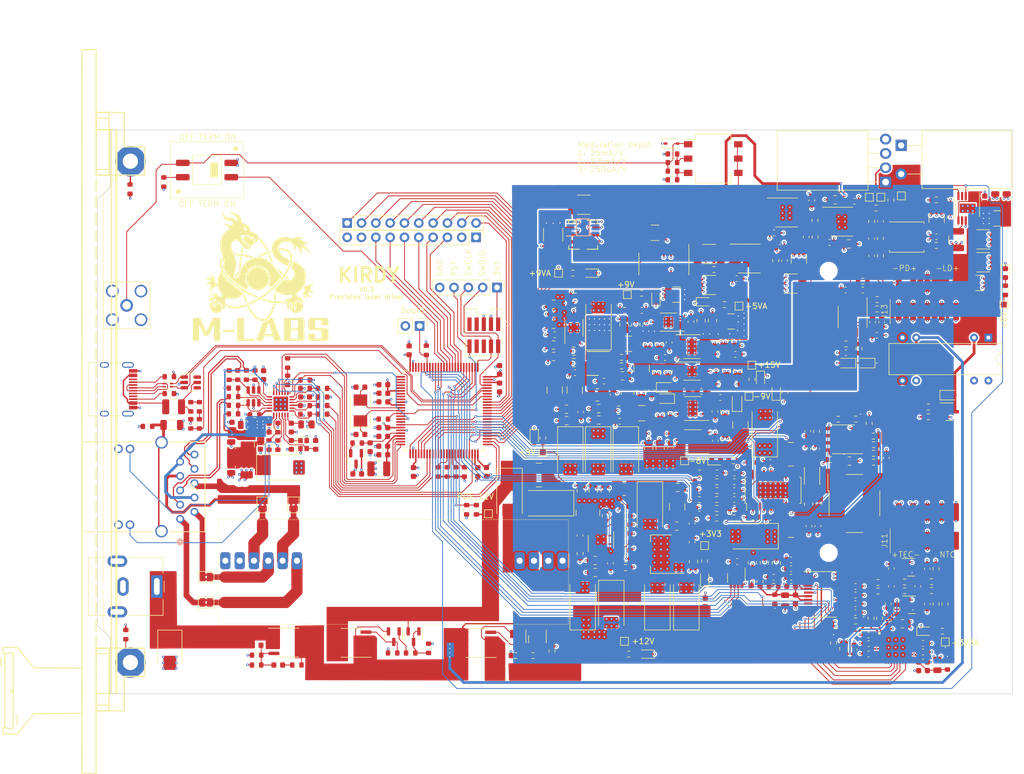
<source format=kicad_pcb>
(kicad_pcb (version 20221018) (generator pcbnew)

  (general
    (thickness 1.6)
  )

  (paper "A4")
  (layers
    (0 "F.Cu" jumper)
    (1 "In1.Cu" signal)
    (2 "In2.Cu" signal)
    (31 "B.Cu" signal)
    (32 "B.Adhes" user "B.Adhesive")
    (33 "F.Adhes" user "F.Adhesive")
    (34 "B.Paste" user)
    (35 "F.Paste" user)
    (36 "B.SilkS" user "B.Silkscreen")
    (37 "F.SilkS" user "F.Silkscreen")
    (38 "B.Mask" user)
    (39 "F.Mask" user)
    (40 "Dwgs.User" user "User.Drawings")
    (41 "Cmts.User" user "User.Comments")
    (42 "Eco1.User" user "User.Eco1")
    (43 "Eco2.User" user "User.Eco2")
    (44 "Edge.Cuts" user)
    (45 "Margin" user)
    (46 "B.CrtYd" user "B.Courtyard")
    (47 "F.CrtYd" user "F.Courtyard")
    (48 "B.Fab" user)
    (49 "F.Fab" user)
    (50 "User.1" user)
    (51 "User.2" user)
    (52 "User.3" user)
    (53 "User.4" user)
    (54 "User.5" user)
    (55 "User.6" user)
    (56 "User.7" user)
    (57 "User.8" user)
    (58 "User.9" user)
  )

  (setup
    (stackup
      (layer "F.SilkS" (type "Top Silk Screen"))
      (layer "F.Paste" (type "Top Solder Paste"))
      (layer "F.Mask" (type "Top Solder Mask") (thickness 0.01))
      (layer "F.Cu" (type "copper") (thickness 0.035))
      (layer "dielectric 1" (type "core") (thickness 0.48) (material "FR4") (epsilon_r 4.5) (loss_tangent 0.02))
      (layer "In1.Cu" (type "copper") (thickness 0.035))
      (layer "dielectric 2" (type "prepreg") (thickness 0.48) (material "FR4") (epsilon_r 4.5) (loss_tangent 0.02))
      (layer "In2.Cu" (type "copper") (thickness 0.035))
      (layer "dielectric 3" (type "core") (thickness 0.48) (material "FR4") (epsilon_r 4.5) (loss_tangent 0.02))
      (layer "B.Cu" (type "copper") (thickness 0.035))
      (layer "B.Mask" (type "Bottom Solder Mask") (thickness 0.01))
      (layer "B.Paste" (type "Bottom Solder Paste"))
      (layer "B.SilkS" (type "Bottom Silk Screen"))
      (copper_finish "ENIG")
      (dielectric_constraints no)
    )
    (pad_to_mask_clearance 0)
    (pcbplotparams
      (layerselection 0x00010fc_ffffffff)
      (plot_on_all_layers_selection 0x0000000_00000000)
      (disableapertmacros false)
      (usegerberextensions true)
      (usegerberattributes false)
      (usegerberadvancedattributes false)
      (creategerberjobfile true)
      (dashed_line_dash_ratio 12.000000)
      (dashed_line_gap_ratio 3.000000)
      (svgprecision 6)
      (plotframeref false)
      (viasonmask false)
      (mode 1)
      (useauxorigin false)
      (hpglpennumber 1)
      (hpglpenspeed 20)
      (hpglpendiameter 15.000000)
      (dxfpolygonmode true)
      (dxfimperialunits true)
      (dxfusepcbnewfont true)
      (psnegative false)
      (psa4output false)
      (plotreference false)
      (plotvalue false)
      (plotinvisibletext false)
      (sketchpadsonfab false)
      (subtractmaskfromsilk true)
      (outputformat 1)
      (mirror false)
      (drillshape 0)
      (scaleselection 1)
      (outputdirectory "gerbers")
    )
  )

  (net 0 "")
  (net 1 "+5VA")
  (net 2 "GND")
  (net 3 "Net-(U1-VOUT_F)")
  (net 4 "Net-(U4--)")
  (net 5 "Net-(U2-OUT)")
  (net 6 "Net-(U4-+)")
  (net 7 "+9VA")
  (net 8 "-6V")
  (net 9 "+15V")
  (net 10 "Net-(U6-+)")
  (net 11 "Net-(C13-Pad2)")
  (net 12 "/MCU/PD_MON")
  (net 13 "Net-(C18-Pad2)")
  (net 14 "Net-(C18-Pad1)")
  (net 15 "Net-(U5B-+)")
  (net 16 "+3V3")
  (net 17 "Net-(U6--)")
  (net 18 "Net-(Q2-G)")
  (net 19 "/MCU/VREF")
  (net 20 "+12V")
  (net 21 "Net-(C25-Pad2)")
  (net 22 "Net-(C26-Pad2)")
  (net 23 "Net-(C26-Pad1)")
  (net 24 "Net-(C27-Pad1)")
  (net 25 "/driveStage/PD_C")
  (net 26 "Net-(C28-Pad1)")
  (net 27 "-9V")
  (net 28 "IN")
  (net 29 "Net-(U8-VCAP_1)")
  (net 30 "Net-(U8-VCAP_2)")
  (net 31 "Net-(C52-Pad1)")
  (net 32 "Net-(U8-PH0)")
  (net 33 "Net-(U8-PH1)")
  (net 34 "/MCU/VDDA")
  (net 35 "Net-(D6-K)")
  (net 36 "Net-(D5-A)")
  (net 37 "Net-(U9-C+)")
  (net 38 "Net-(D5-K)")
  (net 39 "Net-(C57-Pad1)")
  (net 40 "+9V")
  (net 41 "+8V")
  (net 42 "+3.3VA")
  (net 43 "/thermostat/DAC_REF")
  (net 44 "Net-(U9-C-)")
  (net 45 "Net-(D7-A)")
  (net 46 "Net-(U16-PGFB)")
  (net 47 "/thermostat/MAXV")
  (net 48 "/thermostat/MAXIP")
  (net 49 "/thermostat/MAXIN")
  (net 50 "Net-(U11-EN{slash}UV)")
  (net 51 "Net-(U12-EN{slash}UV)")
  (net 52 "Net-(U13-EN{slash}UV)")
  (net 53 "/MCU/TEC_ISEN")
  (net 54 "Net-(U15-EN{slash}UV)")
  (net 55 "/MCU/TEC_VREF")
  (net 56 "Net-(U14-EN{slash}UV)")
  (net 57 "Net-(U11-SET)")
  (net 58 "Net-(U16-SET)")
  (net 59 "+5V")
  (net 60 "Net-(U12-SET)")
  (net 61 "Net-(U13-SET)")
  (net 62 "Net-(U14-SET)")
  (net 63 "Net-(U15-SET)")
  (net 64 "Net-(U19-REGCAPD)")
  (net 65 "Net-(U18-REGCAPD)")
  (net 66 "Net-(U21-CTLI)")
  (net 67 "Net-(U18-REFOUT)")
  (net 68 "Net-(U18-REGCAPA)")
  (net 69 "Net-(U19-REGCAPA)")
  (net 70 "Net-(U21-COMP)")
  (net 71 "Net-(U21-CS)")
  (net 72 "Net-(U21-OS2)")
  (net 73 "/Ehternet/AVDDT_PHY")
  (net 74 "/Ehternet/ETH_SHIELD")
  (net 75 "Net-(U23-VIN)")
  (net 76 "Net-(U23-SS{slash}TR)")
  (net 77 "/MCU/RST")
  (net 78 "Net-(FB12-Pad1)")
  (net 79 "/thermostat/TEC+")
  (net 80 "/thermostat/TEC-")
  (net 81 "Net-(U23-BOOT)")
  (net 82 "/MCU/USB_DP")
  (net 83 "/MCU/USB_DN")
  (net 84 "/MCU/SWDIO")
  (net 85 "/MCU/SWCLK")
  (net 86 "Net-(U23-COMP)")
  (net 87 "/digital supply/+12V_Barrel_Jack")
  (net 88 "Net-(Q4-G)")
  (net 89 "Net-(U24-VI)")
  (net 90 "Net-(U26-XTAL2)")
  (net 91 "Net-(U26-XTAL1)")
  (net 92 "Net-(U26-VDDCR)")
  (net 93 "Net-(D1-A2)")
  (net 94 "/driveStage/LD-")
  (net 95 "/thermostat/NTC+")
  (net 96 "/thermostat/NTC-")
  (net 97 "Net-(D4-A)")
  (net 98 "Net-(U27-VBUS)")
  (net 99 "Net-(L3-Pad1)")
  (net 100 "Net-(U21-OS1)")
  (net 101 "Net-(FL2-Pad4)")
  (net 102 "Net-(FL2-Pad1)")
  (net 103 "Net-(J4-Pin_8)")
  (net 104 "Net-(J4-Pin_7)")
  (net 105 "Net-(J4-Pin_6)")
  (net 106 "Net-(J4-Pin_5)")
  (net 107 "Net-(J4-Pin_4)")
  (net 108 "Net-(J4-Pin_3)")
  (net 109 "Net-(J5-Pin_10)")
  (net 110 "Net-(J5-Pin_9)")
  (net 111 "Net-(J5-Pin_8)")
  (net 112 "Net-(J5-Pin_7)")
  (net 113 "Net-(J5-Pin_6)")
  (net 114 "Net-(J5-Pin_5)")
  (net 115 "Net-(J5-Pin_4)")
  (net 116 "Net-(J5-Pin_3)")
  (net 117 "Net-(J5-Pin_2)")
  (net 118 "Net-(J5-Pin_1)")
  (net 119 "unconnected-(J6-Pin_6-Pad6)")
  (net 120 "/MCU/PWM_MAXV")
  (net 121 "/MCU/PWM_MAXIP")
  (net 122 "/MCU/PWM_MAXIN")
  (net 123 "unconnected-(J6-Pin_7-Pad7)")
  (net 124 "unconnected-(J6-Pin_8-Pad8)")
  (net 125 "unconnected-(J6-Pin_9-Pad9)")
  (net 126 "/MCU/TEC_VSEN")
  (net 127 "/Ehternet/POE_VC2-")
  (net 128 "/Ehternet/POE_VC1-")
  (net 129 "/MCU/POE_PWR_SRC")
  (net 130 "/Ehternet/RMII_RXD0")
  (net 131 "/Ehternet/POE_VC2+")
  (net 132 "/Ehternet/RMII_RXD1")
  (net 133 "/Ehternet/POE_VC1+")
  (net 134 "/Ehternet/RMII_CRS_DV")
  (net 135 "/Ehternet/RMII_REF_CLK")
  (net 136 "/Ehternet/RMII_MDIO")
  (net 137 "Net-(J9-Pad11)")
  (net 138 "/Ehternet/ETH_LED_1")
  (net 139 "Net-(J9-Pad13)")
  (net 140 "/Ehternet/PHY_TD_P")
  (net 141 "/Ehternet/PHY_TD_N")
  (net 142 "/Ehternet/PHY_RD_P")
  (net 143 "/Ehternet/PHY_RD_N")
  (net 144 "/Ehternet/ETH_LED_2")
  (net 145 "unconnected-(J10-SBU2-PadB8)")
  (net 146 "Net-(J10-CC2)")
  (net 147 "/MCU/USB_VBUS")
  (net 148 "/MCU/LDAC_LOAD")
  (net 149 "/MCU/LDAC_CLK")
  (net 150 "/MCU/LDAC_MOSI")
  (net 151 "/MCU/LDAC_CS")
  (net 152 "/MCU/TADC_SYNC")
  (net 153 "/MCU/TADC_MISO")
  (net 154 "/MCU/TDAC_MOSI")
  (net 155 "/MCU/TADC_CLK")
  (net 156 "/MCU/TDAC_CLK")
  (net 157 "/MCU/TADC_CS")
  (net 158 "/MCU/TDAC_SYNC")
  (net 159 "/MCU/TADC_MOSI")
  (net 160 "unconnected-(J10-SBU1-PadA8)")
  (net 161 "Net-(J10-CC1)")
  (net 162 "Net-(JP1-A)")
  (net 163 "Net-(JP2-B)")
  (net 164 "Net-(JP3-B)")
  (net 165 "Net-(JP4-B)")
  (net 166 "Net-(JP5-B)")
  (net 167 "Net-(L4-Pad1)")
  (net 168 "Net-(Q9-E)")
  (net 169 "Net-(Q1-G)")
  (net 170 "Net-(Q2-S-Pad1)")
  (net 171 "Net-(Q3-B)")
  (net 172 "Net-(Q5-G)")
  (net 173 "/Ehternet/RMII_MDC")
  (net 174 "/Ehternet/PHY_NRST")
  (net 175 "Net-(Q6-B)")
  (net 176 "Net-(Q7-B)")
  (net 177 "Net-(Q8-G)")
  (net 178 "Net-(Q9-B)")
  (net 179 "Net-(R3-Pad2)")
  (net 180 "/Ehternet/RMII_TX_EN")
  (net 181 "/Ehternet/RMII_TXD0")
  (net 182 "/Ehternet/RMII_TXD1")
  (net 183 "Net-(R5-Pad2)")
  (net 184 "Net-(U3--)")
  (net 185 "Net-(U5B--)")
  (net 186 "Net-(U7-OUT)")
  (net 187 "Net-(U8-PE8)")
  (net 188 "Net-(U8-PE9)")
  (net 189 "Net-(U8-PE10)")
  (net 190 "Net-(U8-PE11)")
  (net 191 "Net-(U16-ILIM)")
  (net 192 "Net-(U10-SET)")
  (net 193 "Net-(U17-VFB)")
  (net 194 "Net-(U20B--)")
  (net 195 "Net-(U18-AIN0)")
  (net 196 "Net-(U18-AIN1)")
  (net 197 "Net-(U19-AIN0{slash}REF2-)")
  (net 198 "Net-(U19-AIN1{slash}REF2+)")
  (net 199 "unconnected-(K1-Pad14)")
  (net 200 "Net-(U20A-+)")
  (net 201 "Net-(U20A--)")
  (net 202 "Net-(U23-EN)")
  (net 203 "Net-(U23-RT{slash}CLK)")
  (net 204 "Net-(U23-VSENSE)")
  (net 205 "Net-(U26-RXD0)")
  (net 206 "Net-(U26-RXD1)")
  (net 207 "Net-(U26-CRS_DV)")
  (net 208 "Net-(U26-nINT)")
  (net 209 "Net-(U26-RXER)")
  (net 210 "Net-(U26-RBIAS)")
  (net 211 "Net-(U3-+)")
  (net 212 "Net-(U1-VOUT_S)")
  (net 213 "unconnected-(U2-INV-Pad13)")
  (net 214 "unconnected-(U2-NC-Pad9)")
  (net 215 "unconnected-(U2-RFB-Pad1)")
  (net 216 "unconnected-(U8-PE1-Pad98)")
  (net 217 "unconnected-(U8-PE0-Pad97)")
  (net 218 "unconnected-(U8-PB9-Pad96)")
  (net 219 "unconnected-(U8-PA10-Pad69)")
  (net 220 "unconnected-(U8-PA8-Pad67)")
  (net 221 "unconnected-(U8-PE15-Pad46)")
  (net 222 "unconnected-(U8-PE14-Pad45)")
  (net 223 "/MCU/LD_EN")
  (net 224 "unconnected-(U8-PE13-Pad44)")
  (net 225 "unconnected-(U8-PE12-Pad43)")
  (net 226 "unconnected-(U8-PE7-Pad38)")
  (net 227 "unconnected-(U8-PB2-Pad37)")
  (net 228 "/MCU/TEC_~{SHDN}")
  (net 229 "/MCU/~{LD_SHORT}")
  (net 230 "unconnected-(U8-PC2-Pad17)")
  (net 231 "unconnected-(U8-PC0-Pad15)")
  (net 232 "unconnected-(U8-PC15-Pad9)")
  (net 233 "unconnected-(U8-PC14-Pad8)")
  (net 234 "unconnected-(U8-PC13-Pad7)")
  (net 235 "unconnected-(U8-PE6-Pad5)")
  (net 236 "unconnected-(U8-PE5-Pad4)")
  (net 237 "unconnected-(U8-PE4-Pad3)")
  (net 238 "unconnected-(U8-PE3-Pad2)")
  (net 239 "unconnected-(U8-PE2-Pad1)")
  (net 240 "12Vin")
  (net 241 "unconnected-(U9-NC-Pad12)")
  (net 242 "unconnected-(U9-NC-Pad7)")
  (net 243 "unconnected-(U9-NC-Pad6)")
  (net 244 "unconnected-(U9-NC-Pad3)")
  (net 245 "unconnected-(U9-NC-Pad1)")
  (net 246 "unconnected-(U10-ILIM-Pad5)")
  (net 247 "unconnected-(U11-PG-Pad4)")
  (net 248 "unconnected-(U12-PG-Pad5)")
  (net 249 "unconnected-(U13-PG-Pad4)")
  (net 250 "unconnected-(U14-VIOC-Pad7)")
  (net 251 "unconnected-(U14-PG-Pad4)")
  (net 252 "unconnected-(U15-PG-Pad4)")
  (net 253 "unconnected-(U16-PG-Pad5)")
  (net 254 "unconnected-(U18-GPIO1-Pad20)")
  (net 255 "unconnected-(U18-GPIO0-Pad19)")
  (net 256 "unconnected-(U18-XTAL2{slash}CLKIO-Pad10)")
  (net 257 "unconnected-(U18-XTAL1-Pad9)")
  (net 258 "unconnected-(U19-DNC-Pad3)")
  (net 259 "unconnected-(U19-PDSW-Pad8)")
  (net 260 "unconnected-(U19-XTAL1-Pad9)")
  (net 261 "unconnected-(U19-XTAL2{slash}CLKIO-Pad10)")
  (net 262 "unconnected-(U19-~{ERROR}-Pad15)")
  (net 263 "unconnected-(U19-GPIO0-Pad20)")
  (net 264 "unconnected-(U19-GPIO1-Pad21)")
  (net 265 "unconnected-(U19-GPIO2-Pad22)")
  (net 266 "unconnected-(U19-AIN2-Pad23)")
  (net 267 "unconnected-(U19-AIN3-Pad24)")
  (net 268 "unconnected-(U19-AIN4-Pad25)")
  (net 269 "unconnected-(U19-AIN5-Pad26)")
  (net 270 "unconnected-(U19-AIN6-Pad27)")
  (net 271 "unconnected-(U19-AIN7-Pad28)")
  (net 272 "unconnected-(U19-AIN8-Pad29)")
  (net 273 "unconnected-(U19-GPO3-Pad30)")
  (net 274 "Net-(U20B-+)")
  (net 275 "unconnected-(U22-NC-Pad2)")
  (net 276 "unconnected-(U22-NC-Pad1)")
  (net 277 "unconnected-(U23-PWRGD-Pad14)")
  (net 278 "unconnected-(U27-I{slash}O4-Pad6)")
  (net 279 "unconnected-(U27-I{slash}O3-Pad4)")
  (net 280 "/Ehternet/RJ45_RD_N")
  (net 281 "/Ehternet/RJ45_RD_P")
  (net 282 "/Ehternet/RJ45_TD_N")
  (net 283 "/Ehternet/RJ45_TD_P")
  (net 284 "/thermostat/ADC1_REF")
  (net 285 "/thermostat/ADC1_A3V3")
  (net 286 "/thermostat/ADC1_D3V3")
  (net 287 "/thermostat/ADC2_D3V3")
  (net 288 "/thermostat/ADC2_A3V3")
  (net 289 "/thermostat/ADC2_REF")
  (net 290 "Net-(C124-Pad1)")
  (net 291 "Net-(C125-Pad1)")
  (net 292 "Net-(C126-Pad1)")
  (net 293 "Net-(C156-Pad2)")
  (net 294 "Net-(C157-Pad2)")
  (net 295 "Net-(C166-Pad2)")
  (net 296 "Net-(C167-Pad2)")
  (net 297 "Net-(C177-Pad2)")
  (net 298 "Net-(C178-Pad1)")
  (net 299 "Net-(C179-Pad1)")
  (net 300 "Net-(C187-Pad2)")
  (net 301 "Net-(C188-Pad1)")
  (net 302 "Net-(C208-Pad1)")
  (net 303 "Net-(R7-Pad2)")
  (net 304 "Net-(R23-Pad2)")
  (net 305 "unconnected-(R25-Pad3)")
  (net 306 "Net-(R35-Pad2)")
  (net 307 "Net-(R66-Pad2)")
  (net 308 "Net-(R121-Pad2)")
  (net 309 "Net-(R122-Pad1)")
  (net 310 "unconnected-(J4-Pin_9-Pad9)")
  (net 311 "/MCU/TERM_STAT")
  (net 312 "Net-(MH1-Pad1)")
  (net 313 "Net-(MH1-Pad2)")
  (net 314 "Net-(U21-REF)")
  (net 315 "Net-(D12-A)")
  (net 316 "Net-(D13-A)")
  (net 317 "Net-(D14-A)")
  (net 318 "Net-(D15-A)")
  (net 319 "Net-(D16-A)")
  (net 320 "Net-(D17-A)")
  (net 321 "Net-(D18-A)")
  (net 322 "Net-(D19-A)")
  (net 323 "Net-(D20-A)")
  (net 324 "Net-(D21-A)")
  (net 325 "Net-(D11-A)")
  (net 326 "/digital supply/POE_12V")

  (footprint "Resistor_SMD:R_0603_1608Metric" (layer "F.Cu") (at 34.544 45.8338 180))

  (footprint "Resistor_SMD:R_0603_1608Metric" (layer "F.Cu") (at 56.4334 91.9319 90))

  (footprint "Capacitor_SMD:C_0603_1608Metric" (layer "F.Cu") (at 34.544 47.3578))

  (footprint "Capacitor_SMD:C_0603_1608Metric" (layer "F.Cu") (at 138.5316 80.9498 90))

  (footprint "Package_TO_SOT_SMD:SOT-23" (layer "F.Cu") (at 50.2782 89.8694 -90))

  (footprint "Capacitor_SMD:C_0805_2012Metric" (layer "F.Cu") (at 103.4288 76.5556 -90))

  (footprint "Inductor_SMD:L_1210_3225Metric" (layer "F.Cu") (at 47.617 60.0964))

  (footprint "Capacitor_SMD:C_0603_1608Metric" (layer "F.Cu") (at 104.4956 63.9706 180))

  (footprint "Capacitor_SMD:C_0603_1608Metric" (layer "F.Cu") (at 78.8126 36.3114 180))

  (footprint "Resistor_SMD:R_0603_1608Metric" (layer "F.Cu") (at 119.634 46.482 -90))

  (footprint "Capacitor_SMD:C_0603_1608Metric" (layer "F.Cu") (at 137.6328 58.1658 90))

  (footprint "Package_QFP:LQFP-100_14x14mm_P0.5mm" (layer "F.Cu") (at 59.182 49.7798))

  (footprint "Capacitor_SMD:C_0603_1608Metric" (layer "F.Cu") (at 104.4956 67.1332 180))

  (footprint "Resistor_SMD:R_0603_1608Metric" (layer "F.Cu") (at 33.0855 94.896))

  (footprint "Resistor_SMD:R_0603_1608Metric" (layer "F.Cu") (at 37.6308 47.3578 180))

  (footprint "Inductor_SMD:L_1008_2520Metric" (layer "F.Cu") (at 91.7448 46.6344 -90))

  (footprint "Capacitor_SMD:C_0603_1608Metric" (layer "F.Cu") (at 110.6875 60.8397))

  (footprint "Capacitor_SMD:C_0805_2012Metric" (layer "F.Cu") (at 94.1832 46.3922 -90))

  (footprint "Resistor_SMD:R_0603_1608Metric" (layer "F.Cu") (at 115.239 80.0856 -90))

  (footprint "Resistor_SMD:R_0603_1608Metric" (layer "F.Cu") (at 37.6308 45.8338 180))

  (footprint "Resistor_SMD:R_0603_1608Metric" (layer "F.Cu") (at 132.1684 87.096))

  (footprint "Resistor_SMD:R_0603_1608Metric" (layer "F.Cu") (at 104.4956 62.3984))

  (footprint "Resistor_SMD:R_0603_1608Metric" (layer "F.Cu") (at 78.35 92.4 90))

  (footprint "Capacitor_SMD:C_0603_1608Metric" (layer "F.Cu") (at 135.0256 22.3134 -90))

  (footprint "Capacitor_SMD:C_0603_1608Metric" (layer "F.Cu") (at 99.3394 50.1786 90))

  (footprint "Diode_SMD:D_SMB" (layer "F.Cu") (at 10.5615 92.364 -90))

  (footprint "Capacitor_SMD:C_0603_1608Metric" (layer "F.Cu") (at 78.8126 32.7046 180))

  (footprint "Resistor_SMD:R_0603_1608Metric" (layer "F.Cu") (at 21.844 50.355))

  (footprint "Resistor_SMD:R_0603_1608Metric" (layer "F.Cu") (at 145.0848 49.1476))

  (footprint "Capacitor_SMD:C_0805_2012Metric" (layer "F.Cu") (at 82.2198 41.2662 180))

  (footprint "Package_SO:SOIC-8-1EP_3.9x4.9mm_P1.27mm_EP2.29x3mm" (layer "F.Cu") (at 119.9378 14.6424))

  (footprint "Capacitor_SMD:C_0805_2012Metric" (layer "F.Cu") (at 86.0044 76.3524 180))

  (footprint "Package_TO_SOT_SMD:SOT-23-6" (layer "F.Cu") (at 25.4 47.2562 90))

  (footprint "Resistor_SMD:R_0603_1608Metric" (layer "F.Cu") (at 158.75 28.448 -90))

  (footprint "LED_SMD:LED_0603_1608Metric" (layer "F.Cu") (at 96.774 29.718 90))

  (footprint "Connector_BarrelJack:BarrelJack_CUI_PJ-063AH_Horizontal" (layer "F.Cu") (at 8.25 80.9732 -90))

  (footprint "TestPoint:TestPoint_Pad_1.0x1.0mm" (layer "F.Cu") (at 76.708 57.15 180))

  (footprint "Capacitor_SMD:C_1812_4532Metric" (layer "F.Cu") (at 154.813 23.4696))

  (footprint "Resistor_SMD:R_0603_1608Metric" (layer "F.Cu") (at 136.144 81.788))

  (footprint "Capacitor_SMD:C_0603_1608Metric" (layer "F.Cu") (at 144.137 91.059))

  (footprint "Resistor_SMD:R_0603_1608Metric" (layer "F.Cu") (at 104.5423 60.8397))

  (footprint "Resistor_SMD:R_0603_1608Metric" (layer "F.Cu") (at 148.463 94.869 90))

  (footprint "Resistor_SMD:R_0603_1608Metric" (layer "F.Cu") (at 107.823 39.7994))

  (footprint "Package_TO_SOT_THT:TO-220F-4_Horizontal_TabDown" (layer "F.Cu")
    (tstamp 17f32e5f-8532-4156-9cbc-a9c62e1aaaa3)
    (at 137.5 9.25 90)
    (descr "TO-220F-4, Horizontal, RM 2.54mm, see https://www.njr.com/semicon/PDF/package/TO-220F-4_E.pdf")
    (tags "TO-220F-4 Horizontal RM 2.54mm")
    (property "MFR_PN" "Y169010R0000T9L")
    (property "Sheetfile" "driveStage.kicad_sch")
    (property "Sheetname" "driveStage")
    (property "dnp" "")
    (property "ki_description" "VPR221 and VPR221Z Series Precision Power Resistor, ")
    (property "ki_keywords" "Precision Power Resistor")
    (path "/7fc2620b-bac4-49c0-a276-7d2a46898037/0eab9295-041d-4ed4-b10a-3c7684b6770c")
    (attr through_hole)
    (fp_text reference "R25" (at 3.81 -20.22 90) (layer "F.SilkS") hide
        (effects (font (size 1 1) (thickness 0.15)))
      (tstamp ddd7039d-8a07-47c2-a5a7-394d7a3b4647)
    )
    (fp_text value "10" (at 3.81 2 90) (layer "F.Fab")
        (effects (font (size 1 1) (thickness 0.15)))
      (tstamp 44af2664-8322-4b15-a93a-1de4160c109e)
    )
    (fp_text user "${REFERENCE}" (at 3.81 -20.22 90) (layer "F.Fab")
        (effects (font (size 1 1) (thickness 0.15)))
      (tstamp 07343274-3b49-4dc2-a91c-8fe3dffb2718)
    )
    (fp_line (start -1.44 -19.22) (end -1.44 -3.11)
      (stroke (width 0.12) (type solid)) (layer "F.SilkS") (tstamp bbb785c2-c928-4bad-9292-865131647d6c))
    (fp_line (start -1.44 -19.22) (end 9.06 -19.22)
      (stroke (width 0.12) (type solid)) (layer "F.SilkS") (tstamp bd8b9de1-c82e-4625-8048-392d07fccc7a))
    (fp_line (start -1.44 -3.11) (end 9.06 -3.11)
      (stroke (width 0.12) (type solid)) (layer "F.SilkS") (tstamp 19fb1ca3-167a-461a-b667-39ca05344a7d))
    (fp_line (start 0 -3.11) (end 0 -1.15)
      (stroke (width 0.12) (type solid)) (layer "F.SilkS") (tstamp 9d94b918-4600-411f-a29f-bbed0a46387a))
    (fp_line (start 2.54 -3.11) (end 2.54 -1.15)
      (stroke (width 0.12) (type solid)) (layer "F.SilkS") (tstamp 042cc0c7-6c8b-4ebc-b0a3-efbcd1621d54))
    (fp_line (start 5.08 -3.11) (end 5.08 -1.15)
      (stroke (width 0.12) (type solid)) (layer "F.SilkS") (tstamp 5e1ad56c-20d2-42f4-b1c3-0b44c9a525a9))
    (fp_line (start 7.62 -3.11) (end 7.62 -1.15)
      (stroke (width 0.12) (type solid)) (layer "F.SilkS") (tstamp ea38074a-9f3e-413f-ba92-90d139d83011))
    (fp_line (start 9.06 -19.22) (end 9.06 -3.11)
      (stroke (width 0.12) (type solid)) (layer "F.SilkS") (tstamp 3948b920-661a-4407-9062-edba42e00ffe))
    (fp_line (start -1.57 -19.35) (end -1.57 1.25)
      (stroke (width 0.05) (type solid)) (layer "F.CrtYd") (tstamp 353e3d44-cfd3-4cda-b095-8663273ec9f0))
    (fp_line (start -1.57 1.25) (end 9.
... [5572820 chars truncated]
</source>
